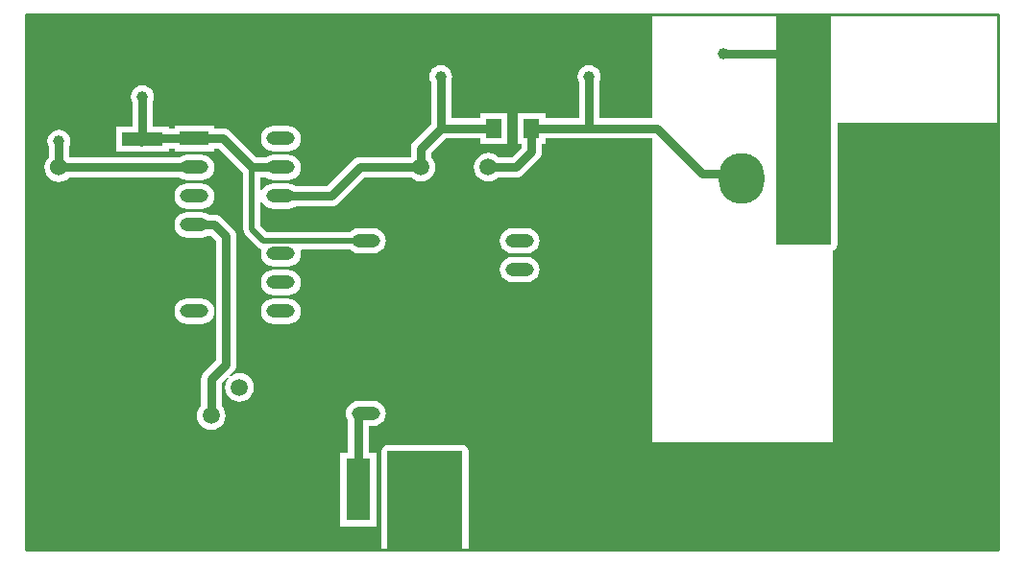
<source format=gtl>
G04 Layer_Physical_Order=1*
G04 Layer_Color=255*
%FSLAX43Y43*%
%MOMM*%
G71*
G01*
G75*
%ADD10C,1.000*%
%ADD11R,2.150X5.500*%
%ADD12R,1.200X3.600*%
%ADD13R,1.400X1.700*%
%ADD14R,3.600X1.200*%
%ADD15C,0.762*%
%ADD16C,0.508*%
%ADD17C,0.254*%
%ADD18C,1.524*%
%ADD19O,2.500X1.200*%
%ADD20R,2.500X1.200*%
%ADD21O,4.000X4.500*%
%ADD22C,1.500*%
G36*
X70993Y37719D02*
X70993Y37719D01*
X70993D01*
Y26975D01*
X70984Y26930D01*
X70975Y26924D01*
X66167D01*
Y47217D01*
X70993D01*
Y37719D01*
D02*
G37*
G36*
X38481Y27D02*
X31877D01*
Y8763D01*
X38481D01*
Y27D01*
D02*
G37*
G36*
X55245Y38133D02*
X50554D01*
Y41314D01*
X50639Y41520D01*
X50674Y41783D01*
X50639Y42046D01*
X50537Y42291D01*
X50376Y42502D01*
X50165Y42663D01*
X49920Y42765D01*
X49657Y42800D01*
X49394Y42765D01*
X49149Y42663D01*
X48938Y42502D01*
X48777Y42291D01*
X48675Y42046D01*
X48640Y41783D01*
X48675Y41520D01*
X48760Y41314D01*
Y38133D01*
X45784D01*
Y38594D01*
X43368D01*
Y35878D01*
X43679D01*
Y35549D01*
X42809Y34679D01*
X41665D01*
X41664Y34679D01*
X41401Y34881D01*
X41095Y35008D01*
X40767Y35051D01*
X40439Y35008D01*
X40133Y34881D01*
X39870Y34679D01*
X39668Y34416D01*
X39541Y34110D01*
X39498Y33782D01*
X39541Y33454D01*
X39668Y33148D01*
X39870Y32885D01*
X40133Y32683D01*
X40439Y32556D01*
X40767Y32513D01*
X41095Y32556D01*
X41401Y32683D01*
X41664Y32885D01*
X41665Y32885D01*
X43180D01*
X43412Y32916D01*
X43628Y33005D01*
X43814Y33148D01*
X45210Y34544D01*
X45353Y34730D01*
X45442Y34946D01*
X45473Y35178D01*
Y35878D01*
X45784D01*
Y36339D01*
X55230D01*
X55245Y36324D01*
Y26670D01*
Y9525D01*
X71120D01*
Y26431D01*
X71191Y26445D01*
X71359Y26558D01*
X71472Y26726D01*
X71511Y26924D01*
Y37719D01*
X85698D01*
Y27D01*
X38999D01*
Y8763D01*
X38960Y8961D01*
X38847Y9129D01*
X38679Y9242D01*
X38481Y9281D01*
X31877D01*
X31679Y9242D01*
X31511Y9129D01*
X31398Y8961D01*
X31359Y8763D01*
Y27D01*
X27D01*
Y47217D01*
X55245D01*
Y38133D01*
D02*
G37*
%LPC*%
G36*
X23129Y22200D02*
X21829D01*
X21540Y22161D01*
X21270Y22050D01*
X21039Y21872D01*
X20861Y21641D01*
X20750Y21371D01*
X20711Y21082D01*
X20750Y20793D01*
X20861Y20523D01*
X21039Y20292D01*
X21270Y20114D01*
X21540Y20003D01*
X21829Y19964D01*
X23129D01*
X23418Y20003D01*
X23688Y20114D01*
X23919Y20292D01*
X24097Y20523D01*
X24208Y20793D01*
X24247Y21082D01*
X24208Y21371D01*
X24097Y21641D01*
X23919Y21872D01*
X23688Y22050D01*
X23418Y22161D01*
X23129Y22200D01*
D02*
G37*
G36*
Y24740D02*
X21829D01*
X21540Y24701D01*
X21270Y24590D01*
X21039Y24412D01*
X20861Y24181D01*
X20750Y23911D01*
X20711Y23622D01*
X20750Y23333D01*
X20861Y23063D01*
X21039Y22832D01*
X21270Y22654D01*
X21540Y22543D01*
X21829Y22504D01*
X23129D01*
X23418Y22543D01*
X23688Y22654D01*
X23919Y22832D01*
X24097Y23063D01*
X24208Y23333D01*
X24247Y23622D01*
X24208Y23911D01*
X24097Y24181D01*
X23919Y24412D01*
X23688Y24590D01*
X23418Y24701D01*
X23129Y24740D01*
D02*
G37*
G36*
X30622Y13183D02*
X29322D01*
X29033Y13144D01*
X28763Y13033D01*
X28532Y12855D01*
X28354Y12624D01*
X28243Y12354D01*
X28204Y12065D01*
X28243Y11776D01*
X28354Y11506D01*
X28400Y11446D01*
Y8592D01*
X27714D01*
Y2076D01*
X30880D01*
Y8592D01*
X30194D01*
Y10947D01*
X30622D01*
X30911Y10986D01*
X31181Y11097D01*
X31412Y11275D01*
X31590Y11506D01*
X31701Y11776D01*
X31740Y12065D01*
X31701Y12354D01*
X31590Y12624D01*
X31412Y12855D01*
X31181Y13033D01*
X30911Y13144D01*
X30622Y13183D01*
D02*
G37*
G36*
X15509Y29820D02*
X14209D01*
X13920Y29781D01*
X13650Y29670D01*
X13419Y29492D01*
X13241Y29261D01*
X13130Y28991D01*
X13091Y28702D01*
X13130Y28413D01*
X13241Y28143D01*
X13419Y27912D01*
X13650Y27734D01*
X13920Y27623D01*
X14209Y27584D01*
X15509D01*
X15798Y27623D01*
X16068Y27734D01*
X16161Y27805D01*
X16266D01*
X16756Y27315D01*
Y16754D01*
X15709Y15707D01*
X15566Y15521D01*
X15477Y15305D01*
X15446Y15073D01*
Y12749D01*
X15446Y12748D01*
X15244Y12485D01*
X15117Y12179D01*
X15074Y11851D01*
X15117Y11523D01*
X15244Y11217D01*
X15446Y10954D01*
X15709Y10752D01*
X16015Y10625D01*
X16343Y10582D01*
X16671Y10625D01*
X16977Y10752D01*
X17240Y10954D01*
X17442Y11217D01*
X17569Y11523D01*
X17612Y11851D01*
X17569Y12179D01*
X17442Y12485D01*
X17240Y12748D01*
X17240Y12749D01*
Y14702D01*
X17784Y15246D01*
X17879Y15162D01*
X17744Y14985D01*
X17617Y14679D01*
X17574Y14351D01*
X17617Y14023D01*
X17744Y13717D01*
X17946Y13454D01*
X18209Y13252D01*
X18515Y13125D01*
X18843Y13082D01*
X19171Y13125D01*
X19477Y13252D01*
X19740Y13454D01*
X19942Y13717D01*
X20069Y14023D01*
X20112Y14351D01*
X20069Y14679D01*
X19942Y14985D01*
X19740Y15248D01*
X19477Y15450D01*
X19171Y15577D01*
X18843Y15620D01*
X18515Y15577D01*
X18209Y15450D01*
X18032Y15315D01*
X17948Y15410D01*
X18287Y15749D01*
X18430Y15935D01*
X18519Y16151D01*
X18550Y16383D01*
Y27686D01*
X18519Y27918D01*
X18430Y28134D01*
X18287Y28320D01*
X17271Y29336D01*
X17085Y29479D01*
X16869Y29568D01*
X16637Y29599D01*
X16161D01*
X16068Y29670D01*
X15798Y29781D01*
X15509Y29820D01*
D02*
G37*
G36*
Y22200D02*
X14209D01*
X13920Y22161D01*
X13650Y22050D01*
X13419Y21872D01*
X13241Y21641D01*
X13130Y21371D01*
X13091Y21082D01*
X13130Y20793D01*
X13241Y20523D01*
X13419Y20292D01*
X13650Y20114D01*
X13920Y20003D01*
X14209Y19964D01*
X15509D01*
X15798Y20003D01*
X16068Y20114D01*
X16299Y20292D01*
X16477Y20523D01*
X16588Y20793D01*
X16627Y21082D01*
X16588Y21371D01*
X16477Y21641D01*
X16299Y21872D01*
X16068Y22050D01*
X15798Y22161D01*
X15509Y22200D01*
D02*
G37*
G36*
X2921Y37085D02*
X2658Y37050D01*
X2413Y36948D01*
X2202Y36787D01*
X2041Y36576D01*
X1939Y36331D01*
X1904Y36068D01*
X1939Y35805D01*
X2024Y35599D01*
Y34695D01*
X2015Y34688D01*
X1812Y34422D01*
X1684Y34114D01*
X1640Y33782D01*
X1684Y33450D01*
X1812Y33142D01*
X2015Y32876D01*
X2281Y32673D01*
X2589Y32545D01*
X2921Y32501D01*
X3253Y32545D01*
X3561Y32673D01*
X3827Y32876D01*
X3834Y32885D01*
X13557D01*
X13650Y32814D01*
X13920Y32703D01*
X14209Y32664D01*
X15509D01*
X15798Y32703D01*
X16068Y32814D01*
X16299Y32992D01*
X16477Y33223D01*
X16588Y33493D01*
X16627Y33782D01*
X16588Y34071D01*
X16477Y34341D01*
X16299Y34572D01*
X16068Y34750D01*
X15798Y34861D01*
X15509Y34900D01*
X14209D01*
X13920Y34861D01*
X13650Y34750D01*
X13557Y34679D01*
X3834D01*
X3827Y34688D01*
X3818Y34695D01*
Y35599D01*
X3903Y35805D01*
X3938Y36068D01*
X3903Y36331D01*
X3801Y36576D01*
X3640Y36787D01*
X3429Y36948D01*
X3184Y37050D01*
X2921Y37085D01*
D02*
G37*
G36*
X36576Y42800D02*
X36313Y42765D01*
X36068Y42663D01*
X35857Y42502D01*
X35696Y42291D01*
X35594Y42046D01*
X35559Y41783D01*
X35594Y41520D01*
X35696Y41275D01*
X35704Y41263D01*
Y37607D01*
X34193Y36096D01*
X34050Y35910D01*
X33961Y35694D01*
X33930Y35462D01*
Y34680D01*
X33930Y34679D01*
X33929Y34679D01*
X29464D01*
X29464Y34679D01*
X29232Y34648D01*
X29016Y34559D01*
X28830Y34416D01*
X26553Y32139D01*
X23781D01*
X23688Y32210D01*
X23418Y32321D01*
X23129Y32360D01*
X21829D01*
X21540Y32321D01*
X21270Y32210D01*
X21039Y32032D01*
X20861Y31801D01*
X20835Y31737D01*
X20708Y31762D01*
Y32885D01*
X21177D01*
X21270Y32814D01*
X21540Y32703D01*
X21829Y32664D01*
X23129D01*
X23418Y32703D01*
X23688Y32814D01*
X23919Y32992D01*
X24097Y33223D01*
X24208Y33493D01*
X24247Y33782D01*
X24208Y34071D01*
X24097Y34341D01*
X23919Y34572D01*
X23688Y34750D01*
X23418Y34861D01*
X23129Y34900D01*
X21829D01*
X21540Y34861D01*
X21270Y34750D01*
X21177Y34679D01*
X20310D01*
X18033Y36956D01*
X17847Y37099D01*
X17631Y37188D01*
X17399Y37219D01*
X16617D01*
Y37430D01*
X13101D01*
Y37219D01*
X12595D01*
Y37394D01*
X11184D01*
Y39536D01*
X11269Y39742D01*
X11304Y40005D01*
X11269Y40268D01*
X11167Y40513D01*
X11006Y40724D01*
X10795Y40885D01*
X10550Y40987D01*
X10287Y41022D01*
X10024Y40987D01*
X9779Y40885D01*
X9568Y40724D01*
X9407Y40513D01*
X9305Y40268D01*
X9270Y40005D01*
X9305Y39742D01*
X9390Y39536D01*
Y37394D01*
X7979D01*
Y35178D01*
X9899D01*
X9928Y35166D01*
X10160Y35135D01*
X10392Y35166D01*
X10421Y35178D01*
X12595D01*
Y35425D01*
X13101D01*
Y35214D01*
X16617D01*
Y35425D01*
X17028D01*
X19170Y33282D01*
Y28321D01*
X19197Y28122D01*
X19273Y27937D01*
X19396Y27778D01*
X20412Y26762D01*
X20412Y26762D01*
X20571Y26639D01*
X20673Y26597D01*
X20749Y26453D01*
X20747Y26436D01*
X20711Y26162D01*
X20750Y25873D01*
X20861Y25603D01*
X21039Y25372D01*
X21270Y25194D01*
X21540Y25083D01*
X21829Y25044D01*
X23129D01*
X23418Y25083D01*
X23688Y25194D01*
X23919Y25372D01*
X24097Y25603D01*
X24208Y25873D01*
X24247Y26162D01*
X24214Y26409D01*
X24295Y26536D01*
X28515D01*
X28532Y26515D01*
X28763Y26337D01*
X29033Y26226D01*
X29322Y26187D01*
X30622D01*
X30911Y26226D01*
X31181Y26337D01*
X31412Y26515D01*
X31590Y26746D01*
X31701Y27016D01*
X31740Y27305D01*
X31701Y27594D01*
X31590Y27864D01*
X31412Y28095D01*
X31181Y28273D01*
X30911Y28384D01*
X30622Y28423D01*
X29322D01*
X29033Y28384D01*
X28763Y28273D01*
X28532Y28095D01*
X28515Y28074D01*
X21273D01*
X20708Y28639D01*
Y30722D01*
X20835Y30747D01*
X20861Y30683D01*
X21039Y30452D01*
X21270Y30274D01*
X21540Y30163D01*
X21829Y30124D01*
X23129D01*
X23418Y30163D01*
X23688Y30274D01*
X23781Y30345D01*
X26924D01*
X27156Y30376D01*
X27372Y30465D01*
X27558Y30608D01*
X29835Y32885D01*
X33929D01*
X33930Y32885D01*
X34193Y32683D01*
X34499Y32556D01*
X34827Y32513D01*
X35155Y32556D01*
X35461Y32683D01*
X35724Y32885D01*
X35926Y33148D01*
X36053Y33454D01*
X36096Y33782D01*
X36053Y34110D01*
X35926Y34416D01*
X35724Y34679D01*
X35724Y34680D01*
Y35091D01*
X36972Y36339D01*
X40018D01*
Y35878D01*
X42434D01*
Y38594D01*
X40018D01*
Y38133D01*
X37498D01*
Y41374D01*
X37558Y41520D01*
X37593Y41783D01*
X37558Y42046D01*
X37456Y42291D01*
X37295Y42502D01*
X37084Y42663D01*
X36839Y42765D01*
X36576Y42800D01*
D02*
G37*
G36*
X23129Y37440D02*
X21829D01*
X21540Y37401D01*
X21270Y37290D01*
X21039Y37112D01*
X20861Y36881D01*
X20750Y36611D01*
X20711Y36322D01*
X20750Y36033D01*
X20861Y35763D01*
X21039Y35532D01*
X21270Y35354D01*
X21540Y35243D01*
X21829Y35204D01*
X23129D01*
X23418Y35243D01*
X23688Y35354D01*
X23919Y35532D01*
X24097Y35763D01*
X24208Y36033D01*
X24247Y36322D01*
X24208Y36611D01*
X24097Y36881D01*
X23919Y37112D01*
X23688Y37290D01*
X23418Y37401D01*
X23129Y37440D01*
D02*
G37*
G36*
X44172Y25883D02*
X42872D01*
X42583Y25844D01*
X42313Y25733D01*
X42082Y25555D01*
X41904Y25324D01*
X41793Y25054D01*
X41754Y24765D01*
X41793Y24476D01*
X41904Y24206D01*
X42082Y23975D01*
X42313Y23797D01*
X42583Y23686D01*
X42872Y23647D01*
X44172D01*
X44461Y23686D01*
X44731Y23797D01*
X44962Y23975D01*
X45140Y24206D01*
X45251Y24476D01*
X45290Y24765D01*
X45251Y25054D01*
X45140Y25324D01*
X44962Y25555D01*
X44731Y25733D01*
X44461Y25844D01*
X44172Y25883D01*
D02*
G37*
G36*
Y28423D02*
X42872D01*
X42583Y28384D01*
X42313Y28273D01*
X42082Y28095D01*
X41904Y27864D01*
X41793Y27594D01*
X41754Y27305D01*
X41793Y27016D01*
X41904Y26746D01*
X42082Y26515D01*
X42313Y26337D01*
X42583Y26226D01*
X42872Y26187D01*
X44172D01*
X44461Y26226D01*
X44731Y26337D01*
X44962Y26515D01*
X45140Y26746D01*
X45251Y27016D01*
X45290Y27305D01*
X45251Y27594D01*
X45140Y27864D01*
X44962Y28095D01*
X44731Y28273D01*
X44461Y28384D01*
X44172Y28423D01*
D02*
G37*
G36*
X15509Y32360D02*
X14209D01*
X13920Y32321D01*
X13650Y32210D01*
X13419Y32032D01*
X13241Y31801D01*
X13130Y31531D01*
X13091Y31242D01*
X13130Y30953D01*
X13241Y30683D01*
X13419Y30452D01*
X13650Y30274D01*
X13920Y30163D01*
X14209Y30124D01*
X15509D01*
X15798Y30163D01*
X16068Y30274D01*
X16299Y30452D01*
X16477Y30683D01*
X16588Y30953D01*
X16627Y31242D01*
X16588Y31531D01*
X16477Y31801D01*
X16299Y32032D01*
X16068Y32210D01*
X15798Y32321D01*
X15509Y32360D01*
D02*
G37*
%LPD*%
D10*
X10287Y40005D02*
D03*
X61468Y43815D02*
D03*
X49657Y41783D02*
D03*
X36576D02*
D03*
X2921Y36068D02*
D03*
D11*
X33147Y5334D02*
D03*
X29297D02*
D03*
D12*
X42255Y6096D02*
D03*
X37755D02*
D03*
D13*
X41226Y37236D02*
D03*
X44576D02*
D03*
D14*
X10287Y31786D02*
D03*
Y36286D02*
D03*
D15*
X59603Y33234D02*
X63119D01*
X55601Y37236D02*
X59603Y33234D01*
X49657Y37236D02*
X55601D01*
X61468Y43815D02*
X69088D01*
X29464Y33782D02*
X34827D01*
X26924Y31242D02*
X29464Y33782D01*
X34827Y35462D02*
X36601Y37236D01*
X34827Y33782D02*
Y35462D01*
X40767Y33782D02*
X43180D01*
X44576Y35178D01*
Y37236D01*
X36601D02*
Y41758D01*
X36576Y41783D02*
X36601Y41758D01*
X49657Y37236D02*
Y41783D01*
X22479Y31242D02*
X26924D01*
X44576Y37236D02*
X49657D01*
X2921Y33782D02*
Y36068D01*
X10287Y36485D02*
X10450Y36322D01*
X10160Y36032D02*
X10450Y36322D01*
X10287Y36286D02*
X10323Y36322D01*
X10450D01*
X10287Y36485D02*
Y40005D01*
X10450Y36322D02*
X14859D01*
X16343Y11851D02*
Y15073D01*
X17653Y16383D01*
Y27686D01*
X16637Y28702D02*
X17653Y27686D01*
X14859Y28702D02*
X16637D01*
X14859Y36322D02*
X17399D01*
X29297Y5334D02*
Y11938D01*
X19939Y33782D02*
X22479D01*
X17399Y36322D02*
X19939Y33782D01*
X36601Y37236D02*
X41226D01*
X2921Y33782D02*
X14859D01*
D16*
X20955Y27305D02*
X29972D01*
X19939Y28321D02*
X20955Y27305D01*
X19939Y28321D02*
Y33782D01*
D17*
X0Y0D02*
Y47244D01*
X85725D01*
Y0D02*
Y47244D01*
X0Y0D02*
X85725D01*
D18*
X2921Y33782D02*
D03*
D19*
X29972Y27305D02*
D03*
Y24765D02*
D03*
Y12065D02*
D03*
X43522Y27305D02*
D03*
Y24765D02*
D03*
Y14605D02*
D03*
X22479Y21082D02*
D03*
Y23622D02*
D03*
Y26162D02*
D03*
Y28702D02*
D03*
Y31242D02*
D03*
Y33782D02*
D03*
Y36322D02*
D03*
X14859Y21082D02*
D03*
Y23622D02*
D03*
Y26162D02*
D03*
Y28702D02*
D03*
Y31242D02*
D03*
Y33782D02*
D03*
D20*
X43522Y12065D02*
D03*
X14859Y36322D02*
D03*
D21*
X74039Y32766D02*
D03*
X63119D02*
D03*
X68579Y30266D02*
D03*
D22*
X34827Y33782D02*
D03*
X40767D02*
D03*
X18843Y14351D02*
D03*
X13843D02*
D03*
X16343Y11851D02*
D03*
M02*

</source>
